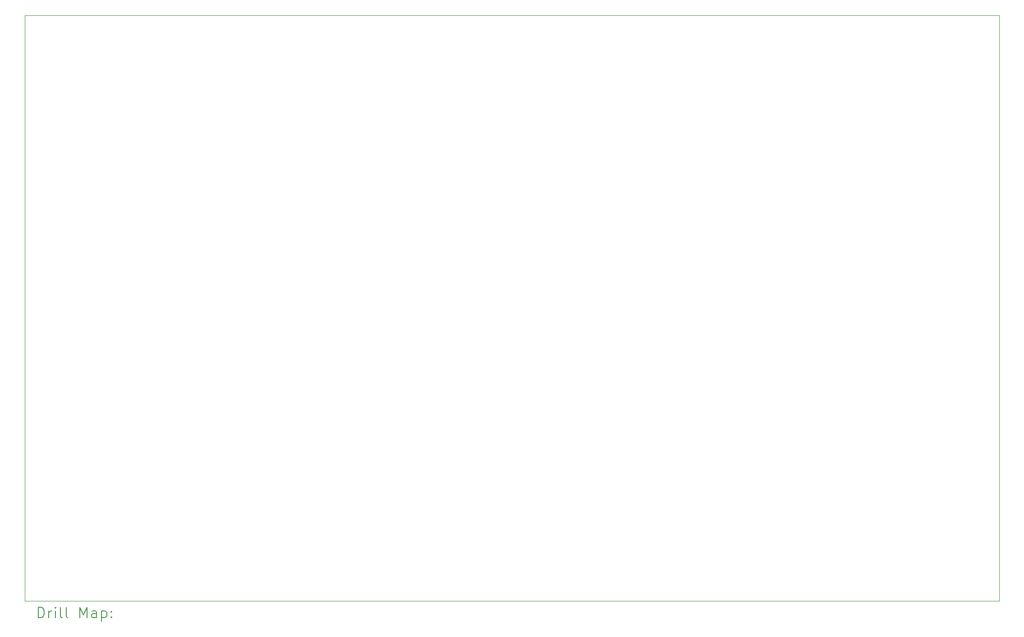
<source format=gbr>
%TF.GenerationSoftware,KiCad,Pcbnew,7.0.9-7.0.9~ubuntu20.04.1*%
%TF.CreationDate,2023-12-17T18:48:35+01:00*%
%TF.ProjectId,linear_controller,6c696e65-6172-45f6-936f-6e74726f6c6c,1.0*%
%TF.SameCoordinates,Original*%
%TF.FileFunction,Drillmap*%
%TF.FilePolarity,Positive*%
%FSLAX45Y45*%
G04 Gerber Fmt 4.5, Leading zero omitted, Abs format (unit mm)*
G04 Created by KiCad (PCBNEW 7.0.9-7.0.9~ubuntu20.04.1) date 2023-12-17 18:48:35*
%MOMM*%
%LPD*%
G01*
G04 APERTURE LIST*
%ADD10C,0.100000*%
%ADD11C,0.200000*%
G04 APERTURE END LIST*
D10*
X5000000Y-4000000D02*
X23300000Y-4000000D01*
X23300000Y-15000000D01*
X5000000Y-15000000D01*
X5000000Y-4000000D01*
D11*
X5255777Y-15316484D02*
X5255777Y-15116484D01*
X5255777Y-15116484D02*
X5303396Y-15116484D01*
X5303396Y-15116484D02*
X5331967Y-15126008D01*
X5331967Y-15126008D02*
X5351015Y-15145055D01*
X5351015Y-15145055D02*
X5360539Y-15164103D01*
X5360539Y-15164103D02*
X5370063Y-15202198D01*
X5370063Y-15202198D02*
X5370063Y-15230769D01*
X5370063Y-15230769D02*
X5360539Y-15268865D01*
X5360539Y-15268865D02*
X5351015Y-15287912D01*
X5351015Y-15287912D02*
X5331967Y-15306960D01*
X5331967Y-15306960D02*
X5303396Y-15316484D01*
X5303396Y-15316484D02*
X5255777Y-15316484D01*
X5455777Y-15316484D02*
X5455777Y-15183150D01*
X5455777Y-15221246D02*
X5465301Y-15202198D01*
X5465301Y-15202198D02*
X5474824Y-15192674D01*
X5474824Y-15192674D02*
X5493872Y-15183150D01*
X5493872Y-15183150D02*
X5512920Y-15183150D01*
X5579586Y-15316484D02*
X5579586Y-15183150D01*
X5579586Y-15116484D02*
X5570063Y-15126008D01*
X5570063Y-15126008D02*
X5579586Y-15135531D01*
X5579586Y-15135531D02*
X5589110Y-15126008D01*
X5589110Y-15126008D02*
X5579586Y-15116484D01*
X5579586Y-15116484D02*
X5579586Y-15135531D01*
X5703396Y-15316484D02*
X5684348Y-15306960D01*
X5684348Y-15306960D02*
X5674824Y-15287912D01*
X5674824Y-15287912D02*
X5674824Y-15116484D01*
X5808158Y-15316484D02*
X5789110Y-15306960D01*
X5789110Y-15306960D02*
X5779586Y-15287912D01*
X5779586Y-15287912D02*
X5779586Y-15116484D01*
X6036729Y-15316484D02*
X6036729Y-15116484D01*
X6036729Y-15116484D02*
X6103396Y-15259341D01*
X6103396Y-15259341D02*
X6170062Y-15116484D01*
X6170062Y-15116484D02*
X6170062Y-15316484D01*
X6351015Y-15316484D02*
X6351015Y-15211722D01*
X6351015Y-15211722D02*
X6341491Y-15192674D01*
X6341491Y-15192674D02*
X6322443Y-15183150D01*
X6322443Y-15183150D02*
X6284348Y-15183150D01*
X6284348Y-15183150D02*
X6265301Y-15192674D01*
X6351015Y-15306960D02*
X6331967Y-15316484D01*
X6331967Y-15316484D02*
X6284348Y-15316484D01*
X6284348Y-15316484D02*
X6265301Y-15306960D01*
X6265301Y-15306960D02*
X6255777Y-15287912D01*
X6255777Y-15287912D02*
X6255777Y-15268865D01*
X6255777Y-15268865D02*
X6265301Y-15249817D01*
X6265301Y-15249817D02*
X6284348Y-15240293D01*
X6284348Y-15240293D02*
X6331967Y-15240293D01*
X6331967Y-15240293D02*
X6351015Y-15230769D01*
X6446253Y-15183150D02*
X6446253Y-15383150D01*
X6446253Y-15192674D02*
X6465301Y-15183150D01*
X6465301Y-15183150D02*
X6503396Y-15183150D01*
X6503396Y-15183150D02*
X6522443Y-15192674D01*
X6522443Y-15192674D02*
X6531967Y-15202198D01*
X6531967Y-15202198D02*
X6541491Y-15221246D01*
X6541491Y-15221246D02*
X6541491Y-15278388D01*
X6541491Y-15278388D02*
X6531967Y-15297436D01*
X6531967Y-15297436D02*
X6522443Y-15306960D01*
X6522443Y-15306960D02*
X6503396Y-15316484D01*
X6503396Y-15316484D02*
X6465301Y-15316484D01*
X6465301Y-15316484D02*
X6446253Y-15306960D01*
X6627205Y-15297436D02*
X6636729Y-15306960D01*
X6636729Y-15306960D02*
X6627205Y-15316484D01*
X6627205Y-15316484D02*
X6617682Y-15306960D01*
X6617682Y-15306960D02*
X6627205Y-15297436D01*
X6627205Y-15297436D02*
X6627205Y-15316484D01*
X6627205Y-15192674D02*
X6636729Y-15202198D01*
X6636729Y-15202198D02*
X6627205Y-15211722D01*
X6627205Y-15211722D02*
X6617682Y-15202198D01*
X6617682Y-15202198D02*
X6627205Y-15192674D01*
X6627205Y-15192674D02*
X6627205Y-15211722D01*
M02*

</source>
